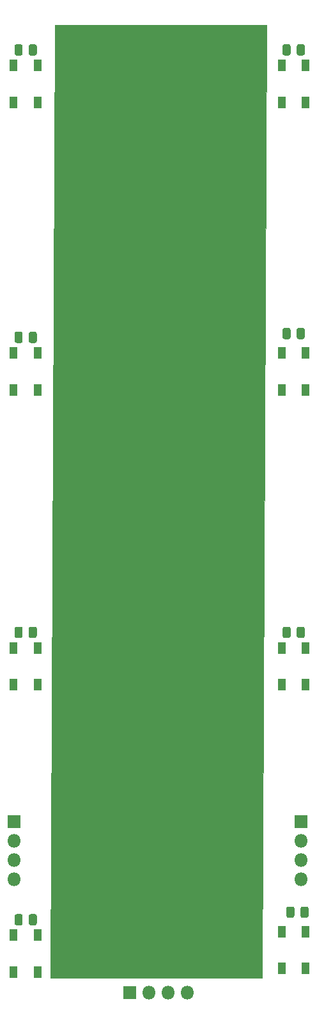
<source format=gbr>
%TF.GenerationSoftware,KiCad,Pcbnew,(5.1.6)-1*%
%TF.CreationDate,2020-10-09T22:46:55+01:00*%
%TF.ProjectId,LED Panel,4c454420-5061-46e6-956c-2e6b69636164,rev?*%
%TF.SameCoordinates,Original*%
%TF.FileFunction,Soldermask,Top*%
%TF.FilePolarity,Negative*%
%FSLAX46Y46*%
G04 Gerber Fmt 4.6, Leading zero omitted, Abs format (unit mm)*
G04 Created by KiCad (PCBNEW (5.1.6)-1) date 2020-10-09 22:46:55*
%MOMM*%
%LPD*%
G01*
G04 APERTURE LIST*
%ADD10C,0.100000*%
%ADD11R,1.100000X1.600000*%
%ADD12R,1.800000X1.800000*%
%ADD13O,1.800000X1.800000*%
G04 APERTURE END LIST*
D10*
G36*
X143773438Y-160687500D02*
G01*
X115773438Y-160687500D01*
X116400000Y-34700000D01*
X144400000Y-34700000D01*
X143773438Y-160687500D01*
G37*
X143773438Y-160687500D02*
X115773438Y-160687500D01*
X116400000Y-34700000D01*
X144400000Y-34700000D01*
X143773438Y-160687500D01*
%TO.C,C1*%
G36*
G01*
X112100000Y-37518750D02*
X112100000Y-38481250D01*
G75*
G02*
X111831250Y-38750000I-268750J0D01*
G01*
X111293750Y-38750000D01*
G75*
G02*
X111025000Y-38481250I0J268750D01*
G01*
X111025000Y-37518750D01*
G75*
G02*
X111293750Y-37250000I268750J0D01*
G01*
X111831250Y-37250000D01*
G75*
G02*
X112100000Y-37518750I0J-268750D01*
G01*
G37*
G36*
G01*
X113975000Y-37518750D02*
X113975000Y-38481250D01*
G75*
G02*
X113706250Y-38750000I-268750J0D01*
G01*
X113168750Y-38750000D01*
G75*
G02*
X112900000Y-38481250I0J268750D01*
G01*
X112900000Y-37518750D01*
G75*
G02*
X113168750Y-37250000I268750J0D01*
G01*
X113706250Y-37250000D01*
G75*
G02*
X113975000Y-37518750I0J-268750D01*
G01*
G37*
%TD*%
%TO.C,C2*%
G36*
G01*
X113975000Y-75518750D02*
X113975000Y-76481250D01*
G75*
G02*
X113706250Y-76750000I-268750J0D01*
G01*
X113168750Y-76750000D01*
G75*
G02*
X112900000Y-76481250I0J268750D01*
G01*
X112900000Y-75518750D01*
G75*
G02*
X113168750Y-75250000I268750J0D01*
G01*
X113706250Y-75250000D01*
G75*
G02*
X113975000Y-75518750I0J-268750D01*
G01*
G37*
G36*
G01*
X112100000Y-75518750D02*
X112100000Y-76481250D01*
G75*
G02*
X111831250Y-76750000I-268750J0D01*
G01*
X111293750Y-76750000D01*
G75*
G02*
X111025000Y-76481250I0J268750D01*
G01*
X111025000Y-75518750D01*
G75*
G02*
X111293750Y-75250000I268750J0D01*
G01*
X111831250Y-75250000D01*
G75*
G02*
X112100000Y-75518750I0J-268750D01*
G01*
G37*
%TD*%
%TO.C,C3*%
G36*
G01*
X112100000Y-114518750D02*
X112100000Y-115481250D01*
G75*
G02*
X111831250Y-115750000I-268750J0D01*
G01*
X111293750Y-115750000D01*
G75*
G02*
X111025000Y-115481250I0J268750D01*
G01*
X111025000Y-114518750D01*
G75*
G02*
X111293750Y-114250000I268750J0D01*
G01*
X111831250Y-114250000D01*
G75*
G02*
X112100000Y-114518750I0J-268750D01*
G01*
G37*
G36*
G01*
X113975000Y-114518750D02*
X113975000Y-115481250D01*
G75*
G02*
X113706250Y-115750000I-268750J0D01*
G01*
X113168750Y-115750000D01*
G75*
G02*
X112900000Y-115481250I0J268750D01*
G01*
X112900000Y-114518750D01*
G75*
G02*
X113168750Y-114250000I268750J0D01*
G01*
X113706250Y-114250000D01*
G75*
G02*
X113975000Y-114518750I0J-268750D01*
G01*
G37*
%TD*%
%TO.C,C4*%
G36*
G01*
X113975000Y-152518750D02*
X113975000Y-153481250D01*
G75*
G02*
X113706250Y-153750000I-268750J0D01*
G01*
X113168750Y-153750000D01*
G75*
G02*
X112900000Y-153481250I0J268750D01*
G01*
X112900000Y-152518750D01*
G75*
G02*
X113168750Y-152250000I268750J0D01*
G01*
X113706250Y-152250000D01*
G75*
G02*
X113975000Y-152518750I0J-268750D01*
G01*
G37*
G36*
G01*
X112100000Y-152518750D02*
X112100000Y-153481250D01*
G75*
G02*
X111831250Y-153750000I-268750J0D01*
G01*
X111293750Y-153750000D01*
G75*
G02*
X111025000Y-153481250I0J268750D01*
G01*
X111025000Y-152518750D01*
G75*
G02*
X111293750Y-152250000I268750J0D01*
G01*
X111831250Y-152250000D01*
G75*
G02*
X112100000Y-152518750I0J-268750D01*
G01*
G37*
%TD*%
%TO.C,C5*%
G36*
G01*
X148900000Y-152481250D02*
X148900000Y-151518750D01*
G75*
G02*
X149168750Y-151250000I268750J0D01*
G01*
X149706250Y-151250000D01*
G75*
G02*
X149975000Y-151518750I0J-268750D01*
G01*
X149975000Y-152481250D01*
G75*
G02*
X149706250Y-152750000I-268750J0D01*
G01*
X149168750Y-152750000D01*
G75*
G02*
X148900000Y-152481250I0J268750D01*
G01*
G37*
G36*
G01*
X147025000Y-152481250D02*
X147025000Y-151518750D01*
G75*
G02*
X147293750Y-151250000I268750J0D01*
G01*
X147831250Y-151250000D01*
G75*
G02*
X148100000Y-151518750I0J-268750D01*
G01*
X148100000Y-152481250D01*
G75*
G02*
X147831250Y-152750000I-268750J0D01*
G01*
X147293750Y-152750000D01*
G75*
G02*
X147025000Y-152481250I0J268750D01*
G01*
G37*
%TD*%
%TO.C,C6*%
G36*
G01*
X146525000Y-115481250D02*
X146525000Y-114518750D01*
G75*
G02*
X146793750Y-114250000I268750J0D01*
G01*
X147331250Y-114250000D01*
G75*
G02*
X147600000Y-114518750I0J-268750D01*
G01*
X147600000Y-115481250D01*
G75*
G02*
X147331250Y-115750000I-268750J0D01*
G01*
X146793750Y-115750000D01*
G75*
G02*
X146525000Y-115481250I0J268750D01*
G01*
G37*
G36*
G01*
X148400000Y-115481250D02*
X148400000Y-114518750D01*
G75*
G02*
X148668750Y-114250000I268750J0D01*
G01*
X149206250Y-114250000D01*
G75*
G02*
X149475000Y-114518750I0J-268750D01*
G01*
X149475000Y-115481250D01*
G75*
G02*
X149206250Y-115750000I-268750J0D01*
G01*
X148668750Y-115750000D01*
G75*
G02*
X148400000Y-115481250I0J268750D01*
G01*
G37*
%TD*%
%TO.C,C7*%
G36*
G01*
X148400000Y-75981250D02*
X148400000Y-75018750D01*
G75*
G02*
X148668750Y-74750000I268750J0D01*
G01*
X149206250Y-74750000D01*
G75*
G02*
X149475000Y-75018750I0J-268750D01*
G01*
X149475000Y-75981250D01*
G75*
G02*
X149206250Y-76250000I-268750J0D01*
G01*
X148668750Y-76250000D01*
G75*
G02*
X148400000Y-75981250I0J268750D01*
G01*
G37*
G36*
G01*
X146525000Y-75981250D02*
X146525000Y-75018750D01*
G75*
G02*
X146793750Y-74750000I268750J0D01*
G01*
X147331250Y-74750000D01*
G75*
G02*
X147600000Y-75018750I0J-268750D01*
G01*
X147600000Y-75981250D01*
G75*
G02*
X147331250Y-76250000I-268750J0D01*
G01*
X146793750Y-76250000D01*
G75*
G02*
X146525000Y-75981250I0J268750D01*
G01*
G37*
%TD*%
%TO.C,C8*%
G36*
G01*
X146525000Y-38481250D02*
X146525000Y-37518750D01*
G75*
G02*
X146793750Y-37250000I268750J0D01*
G01*
X147331250Y-37250000D01*
G75*
G02*
X147600000Y-37518750I0J-268750D01*
G01*
X147600000Y-38481250D01*
G75*
G02*
X147331250Y-38750000I-268750J0D01*
G01*
X146793750Y-38750000D01*
G75*
G02*
X146525000Y-38481250I0J268750D01*
G01*
G37*
G36*
G01*
X148400000Y-38481250D02*
X148400000Y-37518750D01*
G75*
G02*
X148668750Y-37250000I268750J0D01*
G01*
X149206250Y-37250000D01*
G75*
G02*
X149475000Y-37518750I0J-268750D01*
G01*
X149475000Y-38481250D01*
G75*
G02*
X149206250Y-38750000I-268750J0D01*
G01*
X148668750Y-38750000D01*
G75*
G02*
X148400000Y-38481250I0J268750D01*
G01*
G37*
%TD*%
D11*
%TO.C,D1*%
X114100000Y-40050000D03*
X110900000Y-40050000D03*
X114100000Y-44950000D03*
X110900000Y-44950000D03*
%TD*%
%TO.C,D2*%
X110900000Y-82950000D03*
X114100000Y-82950000D03*
X110900000Y-78050000D03*
X114100000Y-78050000D03*
%TD*%
%TO.C,D3*%
X114100000Y-117050000D03*
X110900000Y-117050000D03*
X114100000Y-121950000D03*
X110900000Y-121950000D03*
%TD*%
%TO.C,D4*%
X110900000Y-159950000D03*
X114100000Y-159950000D03*
X110900000Y-155050000D03*
X114100000Y-155050000D03*
%TD*%
%TO.C,D5*%
X146400000Y-159450000D03*
X149600000Y-159450000D03*
X146400000Y-154550000D03*
X149600000Y-154550000D03*
%TD*%
%TO.C,D6*%
X149600000Y-117050000D03*
X146400000Y-117050000D03*
X149600000Y-121950000D03*
X146400000Y-121950000D03*
%TD*%
%TO.C,D7*%
X146400000Y-82950000D03*
X149600000Y-82950000D03*
X146400000Y-78050000D03*
X149600000Y-78050000D03*
%TD*%
%TO.C,D8*%
X149600000Y-40050000D03*
X146400000Y-40050000D03*
X149600000Y-44950000D03*
X146400000Y-44950000D03*
%TD*%
D12*
%TO.C,J1*%
X111000000Y-140000000D03*
D13*
X111000000Y-142540000D03*
X111000000Y-145080000D03*
X111000000Y-147620000D03*
%TD*%
D12*
%TO.C,J2*%
X126300000Y-162660000D03*
D13*
X128840000Y-162660000D03*
X131380000Y-162660000D03*
X133920000Y-162660000D03*
%TD*%
%TO.C,J3*%
X149000000Y-147620000D03*
X149000000Y-145080000D03*
X149000000Y-142540000D03*
D12*
X149000000Y-140000000D03*
%TD*%
M02*

</source>
